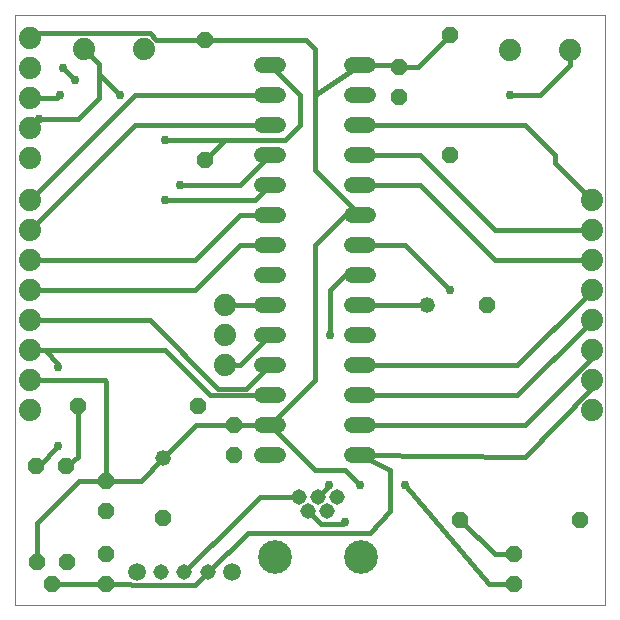
<source format=gtl>
G75*
%MOIN*%
%OFA0B0*%
%FSLAX25Y25*%
%IPPOS*%
%LPD*%
%AMOC8*
5,1,8,0,0,1.08239X$1,22.5*
%
%ADD10C,0.00000*%
%ADD11OC8,0.05200*%
%ADD12C,0.05200*%
%ADD13C,0.05150*%
%ADD14C,0.11220*%
%ADD15C,0.05200*%
%ADD16C,0.05937*%
%ADD17C,0.07400*%
%ADD18C,0.01600*%
%ADD19C,0.02978*%
D10*
X0002333Y0006548D02*
X0002333Y0203398D01*
X0199184Y0203398D01*
X0199184Y0006548D01*
X0002333Y0006548D01*
D11*
X0014833Y0013548D03*
X0009833Y0021048D03*
X0019833Y0021048D03*
X0032833Y0023548D03*
X0032833Y0013548D03*
X0051833Y0035548D03*
X0032833Y0038048D03*
X0032833Y0048048D03*
X0019333Y0053048D03*
X0009333Y0053048D03*
X0023333Y0073048D03*
X0063333Y0073048D03*
X0075333Y0066548D03*
X0075333Y0056548D03*
X0150833Y0035048D03*
X0168833Y0023548D03*
X0168833Y0013548D03*
X0190833Y0035048D03*
X0159833Y0106548D03*
X0147333Y0156548D03*
X0130333Y0176048D03*
X0130333Y0186048D03*
X0147333Y0196548D03*
X0065833Y0195048D03*
X0065833Y0155048D03*
D12*
X0139833Y0106548D03*
X0051833Y0055548D03*
D13*
X0050959Y0017548D03*
X0058833Y0017548D03*
X0066707Y0017548D03*
X0097034Y0042627D03*
X0100184Y0037902D03*
X0103333Y0042627D03*
X0106483Y0037902D03*
X0109633Y0042627D03*
D14*
X0117703Y0022548D03*
X0088963Y0022548D03*
D15*
X0089933Y0056548D02*
X0084733Y0056548D01*
X0084733Y0066548D02*
X0089933Y0066548D01*
X0089933Y0076548D02*
X0084733Y0076548D01*
X0084733Y0086548D02*
X0089933Y0086548D01*
X0089933Y0096548D02*
X0084733Y0096548D01*
X0084733Y0106548D02*
X0089933Y0106548D01*
X0089933Y0116548D02*
X0084733Y0116548D01*
X0084733Y0126548D02*
X0089933Y0126548D01*
X0089933Y0136548D02*
X0084733Y0136548D01*
X0084733Y0146548D02*
X0089933Y0146548D01*
X0089933Y0156548D02*
X0084733Y0156548D01*
X0084733Y0166548D02*
X0089933Y0166548D01*
X0089933Y0176548D02*
X0084733Y0176548D01*
X0084733Y0186548D02*
X0089933Y0186548D01*
X0114733Y0186548D02*
X0119933Y0186548D01*
X0119933Y0176548D02*
X0114733Y0176548D01*
X0114733Y0166548D02*
X0119933Y0166548D01*
X0119933Y0156548D02*
X0114733Y0156548D01*
X0114733Y0146548D02*
X0119933Y0146548D01*
X0119933Y0136548D02*
X0114733Y0136548D01*
X0114733Y0126548D02*
X0119933Y0126548D01*
X0119933Y0116548D02*
X0114733Y0116548D01*
X0114733Y0106548D02*
X0119933Y0106548D01*
X0119933Y0096548D02*
X0114733Y0096548D01*
X0114733Y0086548D02*
X0119933Y0086548D01*
X0119933Y0076548D02*
X0114733Y0076548D01*
X0114733Y0066548D02*
X0119933Y0066548D01*
X0119933Y0056548D02*
X0114733Y0056548D01*
D16*
X0074581Y0017548D03*
X0043085Y0017548D03*
D17*
X0007333Y0071548D03*
X0007333Y0081548D03*
X0007333Y0091548D03*
X0007333Y0101548D03*
X0007333Y0111548D03*
X0007333Y0121548D03*
X0007333Y0131548D03*
X0007333Y0141548D03*
X0007333Y0155548D03*
X0007333Y0165548D03*
X0007333Y0175548D03*
X0007333Y0185548D03*
X0007333Y0195548D03*
X0025333Y0192048D03*
X0045333Y0192048D03*
X0072333Y0106548D03*
X0072333Y0096548D03*
X0072333Y0086548D03*
X0167333Y0191548D03*
X0187333Y0191548D03*
X0194833Y0141548D03*
X0194833Y0131548D03*
X0194833Y0121548D03*
X0194833Y0111548D03*
X0194833Y0101548D03*
X0194833Y0091548D03*
X0194833Y0081548D03*
X0194833Y0071548D03*
D18*
X0194384Y0078598D02*
X0194384Y0081548D01*
X0194833Y0081548D01*
X0194384Y0078598D02*
X0172333Y0056048D01*
X0117333Y0056548D01*
X0127333Y0051548D01*
X0127333Y0038048D01*
X0120833Y0030548D01*
X0080207Y0030548D01*
X0066707Y0017548D01*
X0062339Y0013180D01*
X0041276Y0013180D01*
X0040907Y0013548D01*
X0032833Y0013548D01*
X0014833Y0013548D01*
X0009833Y0021048D02*
X0009833Y0034048D01*
X0023833Y0048048D01*
X0032833Y0048048D01*
X0032833Y0081048D01*
X0032333Y0081548D01*
X0007333Y0081548D01*
X0007333Y0091548D02*
X0012333Y0091548D01*
X0016833Y0087048D01*
X0016833Y0086048D01*
X0012333Y0091548D02*
X0052333Y0091548D01*
X0067333Y0076548D01*
X0087333Y0076548D01*
X0079533Y0078748D02*
X0087333Y0086548D01*
X0079533Y0078748D02*
X0070133Y0078748D01*
X0047333Y0101548D01*
X0007333Y0101548D01*
X0007333Y0111548D02*
X0062333Y0111548D01*
X0077333Y0126548D01*
X0087333Y0126548D01*
X0087333Y0136548D02*
X0077333Y0136548D01*
X0062333Y0121548D01*
X0007333Y0121548D01*
X0007333Y0131548D02*
X0042333Y0166548D01*
X0087333Y0166548D01*
X0092333Y0161548D02*
X0097333Y0166548D01*
X0097333Y0176548D01*
X0087333Y0186548D01*
X0087333Y0176548D02*
X0042333Y0176548D01*
X0007333Y0141548D01*
X0010444Y0168659D02*
X0023530Y0168659D01*
X0030333Y0175462D01*
X0030333Y0183548D01*
X0030333Y0187048D01*
X0025333Y0192048D01*
X0018333Y0185548D02*
X0022333Y0181548D01*
X0017333Y0176548D02*
X0016333Y0175548D01*
X0007333Y0175548D01*
X0007333Y0195548D02*
X0008933Y0197148D01*
X0047446Y0197148D01*
X0049546Y0195048D01*
X0065833Y0195048D01*
X0099333Y0195048D01*
X0102333Y0192048D01*
X0102333Y0176548D01*
X0110333Y0182048D01*
X0117333Y0186548D01*
X0129833Y0186548D01*
X0130333Y0186048D01*
X0136833Y0186048D01*
X0147333Y0196548D01*
X0167333Y0176548D02*
X0177333Y0176548D01*
X0187333Y0186548D01*
X0187333Y0191548D01*
X0172333Y0166548D02*
X0182333Y0156548D01*
X0182333Y0154048D01*
X0194384Y0141998D01*
X0194833Y0141548D01*
X0194384Y0141548D02*
X0194384Y0141998D01*
X0194833Y0131548D02*
X0162333Y0131548D01*
X0137333Y0156548D01*
X0117333Y0156548D01*
X0117333Y0146548D02*
X0137333Y0146548D01*
X0162333Y0121548D01*
X0194833Y0121548D01*
X0194833Y0111548D02*
X0194384Y0111098D01*
X0194384Y0111548D01*
X0194384Y0111098D02*
X0169833Y0086548D01*
X0117333Y0086548D01*
X0117333Y0076548D02*
X0169833Y0076548D01*
X0194384Y0101098D01*
X0194833Y0101548D01*
X0194384Y0101548D02*
X0194384Y0101098D01*
X0194384Y0091548D02*
X0194833Y0091548D01*
X0194384Y0091548D02*
X0194384Y0088598D01*
X0172333Y0066548D01*
X0117333Y0066548D01*
X0112333Y0051548D02*
X0102333Y0051548D01*
X0087333Y0066548D01*
X0102333Y0081548D01*
X0102333Y0126548D01*
X0112333Y0136548D01*
X0117333Y0136548D01*
X0102333Y0151548D01*
X0102333Y0176548D01*
X0092333Y0161548D02*
X0072333Y0161548D01*
X0065833Y0155048D01*
X0072333Y0161548D02*
X0052333Y0161548D01*
X0057333Y0146548D02*
X0077333Y0146548D01*
X0087333Y0156548D01*
X0087333Y0146548D02*
X0082333Y0141548D01*
X0052333Y0141548D01*
X0037333Y0176548D02*
X0030333Y0183548D01*
X0072333Y0106548D02*
X0087333Y0106548D01*
X0087333Y0096548D02*
X0077333Y0086548D01*
X0072333Y0086548D01*
X0075333Y0066548D02*
X0062833Y0066548D01*
X0051833Y0055548D01*
X0044333Y0048048D01*
X0032833Y0048048D01*
X0023333Y0056048D02*
X0023333Y0073048D01*
X0016791Y0059505D02*
X0010333Y0053048D01*
X0009333Y0053048D01*
X0019333Y0053048D02*
X0023333Y0056048D01*
X0058833Y0017548D02*
X0077583Y0036298D01*
X0083912Y0042627D01*
X0097034Y0042627D01*
X0100184Y0037902D02*
X0104338Y0033748D01*
X0111644Y0033748D01*
X0112333Y0034437D01*
X0103333Y0042627D02*
X0107255Y0046548D01*
X0107333Y0046548D01*
X0107146Y0046736D01*
X0112333Y0051548D02*
X0117333Y0046548D01*
X0117333Y0046675D01*
X0132333Y0046548D02*
X0160333Y0013548D01*
X0168833Y0013548D01*
X0168833Y0023548D02*
X0162333Y0023548D01*
X0150833Y0035048D01*
X0107333Y0096548D02*
X0107333Y0111548D01*
X0112333Y0116548D01*
X0117333Y0116548D01*
X0117333Y0126548D02*
X0132333Y0126548D01*
X0147333Y0111548D01*
X0139833Y0106548D02*
X0117333Y0106548D01*
X0087333Y0066548D02*
X0075333Y0066548D01*
X0117333Y0166548D02*
X0172333Y0166548D01*
D19*
X0167333Y0176548D03*
X0147333Y0111548D03*
X0107333Y0096548D03*
X0107146Y0046736D03*
X0117333Y0046675D03*
X0112333Y0034437D03*
X0132333Y0046548D03*
X0052333Y0141548D03*
X0057333Y0146548D03*
X0052333Y0161548D03*
X0037333Y0176548D03*
X0022333Y0181548D03*
X0018333Y0185548D03*
X0017333Y0176548D03*
X0010444Y0168659D03*
X0016833Y0086048D03*
X0016791Y0059505D03*
M02*

</source>
